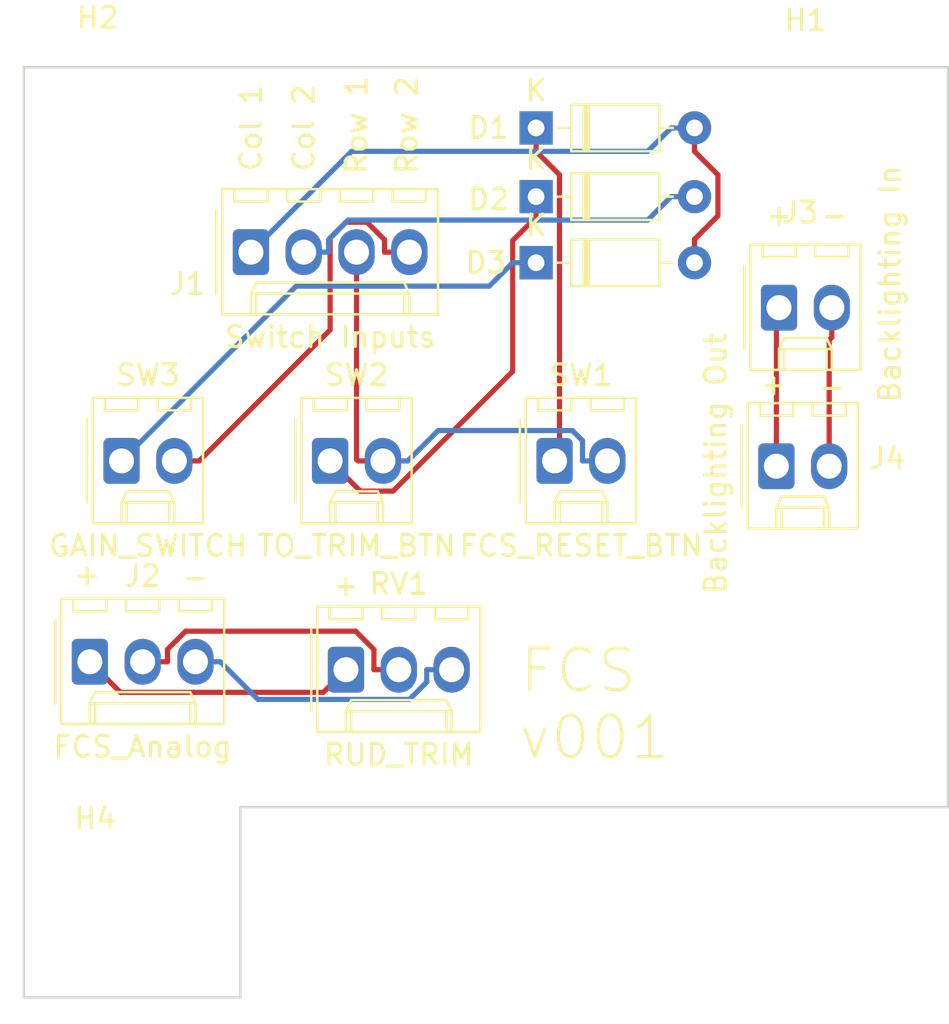
<source format=kicad_pcb>
(kicad_pcb (version 20171130) (host pcbnew "(5.1.5-0-10_14)")

  (general
    (thickness 1.6)
    (drawings 18)
    (tracks 68)
    (zones 0)
    (modules 15)
    (nets 13)
  )

  (page A4)
  (layers
    (0 F.Cu signal)
    (31 B.Cu signal)
    (32 B.Adhes user)
    (33 F.Adhes user)
    (34 B.Paste user)
    (35 F.Paste user)
    (36 B.SilkS user)
    (37 F.SilkS user)
    (38 B.Mask user)
    (39 F.Mask user)
    (40 Dwgs.User user)
    (41 Cmts.User user)
    (42 Eco1.User user)
    (43 Eco2.User user)
    (44 Edge.Cuts user)
    (45 Margin user)
    (46 B.CrtYd user)
    (47 F.CrtYd user)
    (48 B.Fab user hide)
    (49 F.Fab user hide)
  )

  (setup
    (last_trace_width 0.25)
    (trace_clearance 0.2)
    (zone_clearance 0.508)
    (zone_45_only no)
    (trace_min 0.2)
    (via_size 0.8)
    (via_drill 0.4)
    (via_min_size 0.4)
    (via_min_drill 0.3)
    (uvia_size 0.3)
    (uvia_drill 0.1)
    (uvias_allowed no)
    (uvia_min_size 0.2)
    (uvia_min_drill 0.1)
    (edge_width 0.05)
    (segment_width 0.2)
    (pcb_text_width 0.3)
    (pcb_text_size 1.5 1.5)
    (mod_edge_width 0.12)
    (mod_text_size 1 1)
    (mod_text_width 0.15)
    (pad_size 1.524 1.524)
    (pad_drill 0.762)
    (pad_to_mask_clearance 0.051)
    (solder_mask_min_width 0.25)
    (aux_axis_origin 0 0)
    (visible_elements FFFFFF7F)
    (pcbplotparams
      (layerselection 0x010fc_ffffffff)
      (usegerberextensions false)
      (usegerberattributes false)
      (usegerberadvancedattributes false)
      (creategerberjobfile false)
      (excludeedgelayer true)
      (linewidth 0.100000)
      (plotframeref false)
      (viasonmask false)
      (mode 1)
      (useauxorigin false)
      (hpglpennumber 1)
      (hpglpenspeed 20)
      (hpglpendiameter 15.000000)
      (psnegative false)
      (psa4output false)
      (plotreference true)
      (plotvalue true)
      (plotinvisibletext false)
      (padsonsilk false)
      (subtractmaskfromsilk false)
      (outputformat 1)
      (mirror false)
      (drillshape 1)
      (scaleselection 1)
      (outputdirectory ""))
  )

  (net 0 "")
  (net 1 /Col1)
  (net 2 "Net-(D1-Pad1)")
  (net 3 /Col2)
  (net 4 "Net-(D2-Pad1)")
  (net 5 "Net-(D3-Pad1)")
  (net 6 /Row2)
  (net 7 /Row1)
  (net 8 "Net-(J2-Pad3)")
  (net 9 "Net-(J2-Pad2)")
  (net 10 "Net-(J2-Pad1)")
  (net 11 /Backlight-)
  (net 12 /Backlight+)

  (net_class Default "This is the default net class."
    (clearance 0.2)
    (trace_width 0.25)
    (via_dia 0.8)
    (via_drill 0.4)
    (uvia_dia 0.3)
    (uvia_drill 0.1)
    (add_net /Backlight+)
    (add_net /Backlight-)
    (add_net /Col1)
    (add_net /Col2)
    (add_net /Row1)
    (add_net /Row2)
    (add_net "Net-(D1-Pad1)")
    (add_net "Net-(D2-Pad1)")
    (add_net "Net-(D3-Pad1)")
    (add_net "Net-(J2-Pad1)")
    (add_net "Net-(J2-Pad2)")
    (add_net "Net-(J2-Pad3)")
  )

  (module PT_Library_v001:Molex_1x02_P2.54mm_Vertical (layer F.Cu) (tedit 5B78013E) (tstamp 6047E764)
    (at 104.775 126.619)
    (descr "Molex KK-254 Interconnect System, old/engineering part number: AE-6410-02A example for new part number: 22-27-2021, 2 Pins (http://www.molex.com/pdm_docs/sd/022272021_sd.pdf), generated with kicad-footprint-generator")
    (tags "connector Molex KK-254 side entry")
    (path /6048911B)
    (fp_text reference J4 (at 1.27 -4.12) (layer F.Fab)
      (effects (font (size 1 1) (thickness 0.15)))
    )
    (fp_text value "Backlighting Out" (at -2.921 -0.127 90) (layer F.SilkS)
      (effects (font (size 1 1) (thickness 0.15)))
    )
    (fp_text user %R (at 5.334 -0.381) (layer F.SilkS)
      (effects (font (size 1 1) (thickness 0.15)))
    )
    (fp_line (start 4.31 -3.42) (end -1.77 -3.42) (layer F.CrtYd) (width 0.05))
    (fp_line (start 4.31 3.38) (end 4.31 -3.42) (layer F.CrtYd) (width 0.05))
    (fp_line (start -1.77 3.38) (end 4.31 3.38) (layer F.CrtYd) (width 0.05))
    (fp_line (start -1.77 -3.42) (end -1.77 3.38) (layer F.CrtYd) (width 0.05))
    (fp_line (start 3.34 -2.43) (end 3.34 -3.03) (layer F.SilkS) (width 0.12))
    (fp_line (start 1.74 -2.43) (end 3.34 -2.43) (layer F.SilkS) (width 0.12))
    (fp_line (start 1.74 -3.03) (end 1.74 -2.43) (layer F.SilkS) (width 0.12))
    (fp_line (start 0.8 -2.43) (end 0.8 -3.03) (layer F.SilkS) (width 0.12))
    (fp_line (start -0.8 -2.43) (end 0.8 -2.43) (layer F.SilkS) (width 0.12))
    (fp_line (start -0.8 -3.03) (end -0.8 -2.43) (layer F.SilkS) (width 0.12))
    (fp_line (start 2.29 2.99) (end 2.29 1.99) (layer F.SilkS) (width 0.12))
    (fp_line (start 0.25 2.99) (end 0.25 1.99) (layer F.SilkS) (width 0.12))
    (fp_line (start 2.29 1.46) (end 2.54 1.99) (layer F.SilkS) (width 0.12))
    (fp_line (start 0.25 1.46) (end 2.29 1.46) (layer F.SilkS) (width 0.12))
    (fp_line (start 0 1.99) (end 0.25 1.46) (layer F.SilkS) (width 0.12))
    (fp_line (start 2.54 1.99) (end 2.54 2.99) (layer F.SilkS) (width 0.12))
    (fp_line (start 0 1.99) (end 2.54 1.99) (layer F.SilkS) (width 0.12))
    (fp_line (start 0 2.99) (end 0 1.99) (layer F.SilkS) (width 0.12))
    (fp_line (start -0.562893 0) (end -1.27 0.5) (layer F.Fab) (width 0.1))
    (fp_line (start -1.27 -0.5) (end -0.562893 0) (layer F.Fab) (width 0.1))
    (fp_line (start -1.67 -2) (end -1.67 2) (layer F.SilkS) (width 0.12))
    (fp_line (start 3.92 -3.03) (end -1.38 -3.03) (layer F.SilkS) (width 0.12))
    (fp_line (start 3.92 2.99) (end 3.92 -3.03) (layer F.SilkS) (width 0.12))
    (fp_line (start -1.38 2.99) (end 3.92 2.99) (layer F.SilkS) (width 0.12))
    (fp_line (start -1.38 -3.03) (end -1.38 2.99) (layer F.SilkS) (width 0.12))
    (fp_line (start 3.81 -2.92) (end -1.27 -2.92) (layer F.Fab) (width 0.1))
    (fp_line (start 3.81 2.88) (end 3.81 -2.92) (layer F.Fab) (width 0.1))
    (fp_line (start -1.27 2.88) (end 3.81 2.88) (layer F.Fab) (width 0.1))
    (fp_line (start -1.27 -2.92) (end -1.27 2.88) (layer F.Fab) (width 0.1))
    (pad 2 thru_hole oval (at 2.54 0) (size 1.74 2.2) (drill 1.2) (layers *.Cu *.Mask)
      (net 11 /Backlight-))
    (pad 1 thru_hole roundrect (at 0 0) (size 1.74 2.2) (drill 1.2) (layers *.Cu *.Mask) (roundrect_rratio 0.143678)
      (net 12 /Backlight+))
    (model ${KISYS3DMOD}/Connector_Molex.3dshapes/Molex_KK-254_AE-6410-02A_1x02_P2.54mm_Vertical.wrl
      (at (xyz 0 0 0))
      (scale (xyz 1 1 1))
      (rotate (xyz 0 0 0))
    )
  )

  (module PT_Library_v001:Molex_1x02_P2.54mm_Vertical (layer F.Cu) (tedit 5B78013E) (tstamp 6047EE3A)
    (at 104.902 118.999)
    (descr "Molex KK-254 Interconnect System, old/engineering part number: AE-6410-02A example for new part number: 22-27-2021, 2 Pins (http://www.molex.com/pdm_docs/sd/022272021_sd.pdf), generated with kicad-footprint-generator")
    (tags "connector Molex KK-254 side entry")
    (path /6048966B)
    (fp_text reference J3 (at 1.016 -4.572) (layer F.SilkS)
      (effects (font (size 1 1) (thickness 0.15)))
    )
    (fp_text value "Backlighting In" (at 5.334 -1.143 90) (layer F.SilkS)
      (effects (font (size 1 1) (thickness 0.15)))
    )
    (fp_text user %R (at 1.27 -2.22) (layer F.Fab)
      (effects (font (size 1 1) (thickness 0.15)))
    )
    (fp_line (start 4.31 -3.42) (end -1.77 -3.42) (layer F.CrtYd) (width 0.05))
    (fp_line (start 4.31 3.38) (end 4.31 -3.42) (layer F.CrtYd) (width 0.05))
    (fp_line (start -1.77 3.38) (end 4.31 3.38) (layer F.CrtYd) (width 0.05))
    (fp_line (start -1.77 -3.42) (end -1.77 3.38) (layer F.CrtYd) (width 0.05))
    (fp_line (start 3.34 -2.43) (end 3.34 -3.03) (layer F.SilkS) (width 0.12))
    (fp_line (start 1.74 -2.43) (end 3.34 -2.43) (layer F.SilkS) (width 0.12))
    (fp_line (start 1.74 -3.03) (end 1.74 -2.43) (layer F.SilkS) (width 0.12))
    (fp_line (start 0.8 -2.43) (end 0.8 -3.03) (layer F.SilkS) (width 0.12))
    (fp_line (start -0.8 -2.43) (end 0.8 -2.43) (layer F.SilkS) (width 0.12))
    (fp_line (start -0.8 -3.03) (end -0.8 -2.43) (layer F.SilkS) (width 0.12))
    (fp_line (start 2.29 2.99) (end 2.29 1.99) (layer F.SilkS) (width 0.12))
    (fp_line (start 0.25 2.99) (end 0.25 1.99) (layer F.SilkS) (width 0.12))
    (fp_line (start 2.29 1.46) (end 2.54 1.99) (layer F.SilkS) (width 0.12))
    (fp_line (start 0.25 1.46) (end 2.29 1.46) (layer F.SilkS) (width 0.12))
    (fp_line (start 0 1.99) (end 0.25 1.46) (layer F.SilkS) (width 0.12))
    (fp_line (start 2.54 1.99) (end 2.54 2.99) (layer F.SilkS) (width 0.12))
    (fp_line (start 0 1.99) (end 2.54 1.99) (layer F.SilkS) (width 0.12))
    (fp_line (start 0 2.99) (end 0 1.99) (layer F.SilkS) (width 0.12))
    (fp_line (start -0.562893 0) (end -1.27 0.5) (layer F.Fab) (width 0.1))
    (fp_line (start -1.27 -0.5) (end -0.562893 0) (layer F.Fab) (width 0.1))
    (fp_line (start -1.67 -2) (end -1.67 2) (layer F.SilkS) (width 0.12))
    (fp_line (start 3.92 -3.03) (end -1.38 -3.03) (layer F.SilkS) (width 0.12))
    (fp_line (start 3.92 2.99) (end 3.92 -3.03) (layer F.SilkS) (width 0.12))
    (fp_line (start -1.38 2.99) (end 3.92 2.99) (layer F.SilkS) (width 0.12))
    (fp_line (start -1.38 -3.03) (end -1.38 2.99) (layer F.SilkS) (width 0.12))
    (fp_line (start 3.81 -2.92) (end -1.27 -2.92) (layer F.Fab) (width 0.1))
    (fp_line (start 3.81 2.88) (end 3.81 -2.92) (layer F.Fab) (width 0.1))
    (fp_line (start -1.27 2.88) (end 3.81 2.88) (layer F.Fab) (width 0.1))
    (fp_line (start -1.27 -2.92) (end -1.27 2.88) (layer F.Fab) (width 0.1))
    (pad 2 thru_hole oval (at 2.54 0) (size 1.74 2.2) (drill 1.2) (layers *.Cu *.Mask)
      (net 11 /Backlight-))
    (pad 1 thru_hole roundrect (at 0 0) (size 1.74 2.2) (drill 1.2) (layers *.Cu *.Mask) (roundrect_rratio 0.143678)
      (net 12 /Backlight+))
    (model ${KISYS3DMOD}/Connector_Molex.3dshapes/Molex_KK-254_AE-6410-02A_1x02_P2.54mm_Vertical.wrl
      (at (xyz 0 0 0))
      (scale (xyz 1 1 1))
      (rotate (xyz 0 0 0))
    )
  )

  (module MountingHole:MountingHole_4.3mm_M4 (layer F.Cu) (tedit 56D1B4CB) (tstamp 6047DF9A)
    (at 72.009 148.844)
    (descr "Mounting Hole 4.3mm, no annular, M4")
    (tags "mounting hole 4.3mm no annular m4")
    (path /6048476A)
    (attr virtual)
    (fp_text reference H4 (at 0 -5.3) (layer F.SilkS)
      (effects (font (size 1 1) (thickness 0.15)))
    )
    (fp_text value MountingHole (at 0 5.3) (layer F.Fab)
      (effects (font (size 1 1) (thickness 0.15)))
    )
    (fp_circle (center 0 0) (end 4.55 0) (layer F.CrtYd) (width 0.05))
    (fp_circle (center 0 0) (end 4.3 0) (layer Cmts.User) (width 0.15))
    (fp_text user %R (at 0.3 0) (layer F.Fab)
      (effects (font (size 1 1) (thickness 0.15)))
    )
    (pad 1 np_thru_hole circle (at 0 0) (size 4.3 4.3) (drill 4.3) (layers *.Cu *.Mask))
  )

  (module MountingHole:MountingHole_4.3mm_M4 (layer F.Cu) (tedit 56D1B4CB) (tstamp 6047DD90)
    (at 106.172 135.509)
    (descr "Mounting Hole 4.3mm, no annular, M4")
    (tags "mounting hole 4.3mm no annular m4")
    (path /6048448C)
    (attr virtual)
    (fp_text reference H3 (at 0 -5.3) (layer F.Fab)
      (effects (font (size 1 1) (thickness 0.15)))
    )
    (fp_text value MountingHole (at 0 5.3) (layer F.Fab)
      (effects (font (size 1 1) (thickness 0.15)))
    )
    (fp_circle (center 0 0) (end 4.55 0) (layer F.CrtYd) (width 0.05))
    (fp_circle (center 0 0) (end 4.3 0) (layer Cmts.User) (width 0.15))
    (fp_text user %R (at 0.3 0) (layer F.Fab)
      (effects (font (size 1 1) (thickness 0.15)))
    )
    (pad 1 np_thru_hole circle (at 0 0) (size 4.3 4.3) (drill 4.3) (layers *.Cu *.Mask))
  )

  (module MountingHole:MountingHole_4.3mm_M4 locked (layer F.Cu) (tedit 56D1B4CB) (tstamp 6047E02A)
    (at 72.136 110.363)
    (descr "Mounting Hole 4.3mm, no annular, M4")
    (tags "mounting hole 4.3mm no annular m4")
    (path /60483D94)
    (attr virtual)
    (fp_text reference H2 (at 0 -5.3) (layer F.SilkS)
      (effects (font (size 1 1) (thickness 0.15)))
    )
    (fp_text value MountingHole (at 0 5.3) (layer F.Fab)
      (effects (font (size 1 1) (thickness 0.15)))
    )
    (fp_circle (center 0 0) (end 4.55 0) (layer F.CrtYd) (width 0.05))
    (fp_circle (center 0 0) (end 4.3 0) (layer Cmts.User) (width 0.15))
    (fp_text user %R (at 0.3 0) (layer F.Fab)
      (effects (font (size 1 1) (thickness 0.15)))
    )
    (pad 1 np_thru_hole circle (at 0 0) (size 4.3 4.3) (drill 4.3) (layers *.Cu *.Mask))
  )

  (module MountingHole:MountingHole_4.3mm_M4 (layer F.Cu) (tedit 56D1B4CB) (tstamp 6047DD80)
    (at 106.172 110.49)
    (descr "Mounting Hole 4.3mm, no annular, M4")
    (tags "mounting hole 4.3mm no annular m4")
    (path /604839CB)
    (attr virtual)
    (fp_text reference H1 (at 0 -5.3) (layer F.SilkS)
      (effects (font (size 1 1) (thickness 0.15)))
    )
    (fp_text value MountingHole (at 0 5.3) (layer F.Fab)
      (effects (font (size 1 1) (thickness 0.15)))
    )
    (fp_circle (center 0 0) (end 4.55 0) (layer F.CrtYd) (width 0.05))
    (fp_circle (center 0 0) (end 4.3 0) (layer Cmts.User) (width 0.15))
    (fp_text user %R (at 0.3 0) (layer F.Fab)
      (effects (font (size 1 1) (thickness 0.15)))
    )
    (pad 1 np_thru_hole circle (at 0 0) (size 4.3 4.3) (drill 4.3) (layers *.Cu *.Mask))
  )

  (module PT_Library_v001:Molex_1x02_P2.54mm_Vertical (layer F.Cu) (tedit 5B78013E) (tstamp 6047CE42)
    (at 73.279 126.365)
    (descr "Molex KK-254 Interconnect System, old/engineering part number: AE-6410-02A example for new part number: 22-27-2021, 2 Pins (http://www.molex.com/pdm_docs/sd/022272021_sd.pdf), generated with kicad-footprint-generator")
    (tags "connector Molex KK-254 side entry")
    (path /5FC61E34)
    (fp_text reference SW3 (at 1.27 -4.12) (layer F.SilkS)
      (effects (font (size 1 1) (thickness 0.15)))
    )
    (fp_text value GAIN_SWITCH (at 1.27 4.08) (layer F.SilkS)
      (effects (font (size 1 1) (thickness 0.15)))
    )
    (fp_text user %R (at 1.27 -2.22) (layer F.Fab)
      (effects (font (size 1 1) (thickness 0.15)))
    )
    (fp_line (start 4.31 -3.42) (end -1.77 -3.42) (layer F.CrtYd) (width 0.05))
    (fp_line (start 4.31 3.38) (end 4.31 -3.42) (layer F.CrtYd) (width 0.05))
    (fp_line (start -1.77 3.38) (end 4.31 3.38) (layer F.CrtYd) (width 0.05))
    (fp_line (start -1.77 -3.42) (end -1.77 3.38) (layer F.CrtYd) (width 0.05))
    (fp_line (start 3.34 -2.43) (end 3.34 -3.03) (layer F.SilkS) (width 0.12))
    (fp_line (start 1.74 -2.43) (end 3.34 -2.43) (layer F.SilkS) (width 0.12))
    (fp_line (start 1.74 -3.03) (end 1.74 -2.43) (layer F.SilkS) (width 0.12))
    (fp_line (start 0.8 -2.43) (end 0.8 -3.03) (layer F.SilkS) (width 0.12))
    (fp_line (start -0.8 -2.43) (end 0.8 -2.43) (layer F.SilkS) (width 0.12))
    (fp_line (start -0.8 -3.03) (end -0.8 -2.43) (layer F.SilkS) (width 0.12))
    (fp_line (start 2.29 2.99) (end 2.29 1.99) (layer F.SilkS) (width 0.12))
    (fp_line (start 0.25 2.99) (end 0.25 1.99) (layer F.SilkS) (width 0.12))
    (fp_line (start 2.29 1.46) (end 2.54 1.99) (layer F.SilkS) (width 0.12))
    (fp_line (start 0.25 1.46) (end 2.29 1.46) (layer F.SilkS) (width 0.12))
    (fp_line (start 0 1.99) (end 0.25 1.46) (layer F.SilkS) (width 0.12))
    (fp_line (start 2.54 1.99) (end 2.54 2.99) (layer F.SilkS) (width 0.12))
    (fp_line (start 0 1.99) (end 2.54 1.99) (layer F.SilkS) (width 0.12))
    (fp_line (start 0 2.99) (end 0 1.99) (layer F.SilkS) (width 0.12))
    (fp_line (start -0.562893 0) (end -1.27 0.5) (layer F.Fab) (width 0.1))
    (fp_line (start -1.27 -0.5) (end -0.562893 0) (layer F.Fab) (width 0.1))
    (fp_line (start -1.67 -2) (end -1.67 2) (layer F.SilkS) (width 0.12))
    (fp_line (start 3.92 -3.03) (end -1.38 -3.03) (layer F.SilkS) (width 0.12))
    (fp_line (start 3.92 2.99) (end 3.92 -3.03) (layer F.SilkS) (width 0.12))
    (fp_line (start -1.38 2.99) (end 3.92 2.99) (layer F.SilkS) (width 0.12))
    (fp_line (start -1.38 -3.03) (end -1.38 2.99) (layer F.SilkS) (width 0.12))
    (fp_line (start 3.81 -2.92) (end -1.27 -2.92) (layer F.Fab) (width 0.1))
    (fp_line (start 3.81 2.88) (end 3.81 -2.92) (layer F.Fab) (width 0.1))
    (fp_line (start -1.27 2.88) (end 3.81 2.88) (layer F.Fab) (width 0.1))
    (fp_line (start -1.27 -2.92) (end -1.27 2.88) (layer F.Fab) (width 0.1))
    (pad 2 thru_hole oval (at 2.54 0) (size 1.74 2.2) (drill 1.2) (layers *.Cu *.Mask)
      (net 6 /Row2))
    (pad 1 thru_hole roundrect (at 0 0) (size 1.74 2.2) (drill 1.2) (layers *.Cu *.Mask) (roundrect_rratio 0.143678)
      (net 5 "Net-(D3-Pad1)"))
    (model ${KISYS3DMOD}/Connector_Molex.3dshapes/Molex_KK-254_AE-6410-02A_1x02_P2.54mm_Vertical.wrl
      (at (xyz 0 0 0))
      (scale (xyz 1 1 1))
      (rotate (xyz 0 0 0))
    )
  )

  (module PT_Library_v001:Molex_1x02_P2.54mm_Vertical (layer F.Cu) (tedit 5B78013E) (tstamp 6047CE1E)
    (at 83.312 126.365)
    (descr "Molex KK-254 Interconnect System, old/engineering part number: AE-6410-02A example for new part number: 22-27-2021, 2 Pins (http://www.molex.com/pdm_docs/sd/022272021_sd.pdf), generated with kicad-footprint-generator")
    (tags "connector Molex KK-254 side entry")
    (path /5FC6D99B)
    (fp_text reference SW2 (at 1.27 -4.12) (layer F.SilkS)
      (effects (font (size 1 1) (thickness 0.15)))
    )
    (fp_text value TO_TRIM_BTN (at 1.27 4.08) (layer F.SilkS)
      (effects (font (size 1 1) (thickness 0.15)))
    )
    (fp_text user %R (at 1.27 -2.22) (layer F.Fab)
      (effects (font (size 1 1) (thickness 0.15)))
    )
    (fp_line (start 4.31 -3.42) (end -1.77 -3.42) (layer F.CrtYd) (width 0.05))
    (fp_line (start 4.31 3.38) (end 4.31 -3.42) (layer F.CrtYd) (width 0.05))
    (fp_line (start -1.77 3.38) (end 4.31 3.38) (layer F.CrtYd) (width 0.05))
    (fp_line (start -1.77 -3.42) (end -1.77 3.38) (layer F.CrtYd) (width 0.05))
    (fp_line (start 3.34 -2.43) (end 3.34 -3.03) (layer F.SilkS) (width 0.12))
    (fp_line (start 1.74 -2.43) (end 3.34 -2.43) (layer F.SilkS) (width 0.12))
    (fp_line (start 1.74 -3.03) (end 1.74 -2.43) (layer F.SilkS) (width 0.12))
    (fp_line (start 0.8 -2.43) (end 0.8 -3.03) (layer F.SilkS) (width 0.12))
    (fp_line (start -0.8 -2.43) (end 0.8 -2.43) (layer F.SilkS) (width 0.12))
    (fp_line (start -0.8 -3.03) (end -0.8 -2.43) (layer F.SilkS) (width 0.12))
    (fp_line (start 2.29 2.99) (end 2.29 1.99) (layer F.SilkS) (width 0.12))
    (fp_line (start 0.25 2.99) (end 0.25 1.99) (layer F.SilkS) (width 0.12))
    (fp_line (start 2.29 1.46) (end 2.54 1.99) (layer F.SilkS) (width 0.12))
    (fp_line (start 0.25 1.46) (end 2.29 1.46) (layer F.SilkS) (width 0.12))
    (fp_line (start 0 1.99) (end 0.25 1.46) (layer F.SilkS) (width 0.12))
    (fp_line (start 2.54 1.99) (end 2.54 2.99) (layer F.SilkS) (width 0.12))
    (fp_line (start 0 1.99) (end 2.54 1.99) (layer F.SilkS) (width 0.12))
    (fp_line (start 0 2.99) (end 0 1.99) (layer F.SilkS) (width 0.12))
    (fp_line (start -0.562893 0) (end -1.27 0.5) (layer F.Fab) (width 0.1))
    (fp_line (start -1.27 -0.5) (end -0.562893 0) (layer F.Fab) (width 0.1))
    (fp_line (start -1.67 -2) (end -1.67 2) (layer F.SilkS) (width 0.12))
    (fp_line (start 3.92 -3.03) (end -1.38 -3.03) (layer F.SilkS) (width 0.12))
    (fp_line (start 3.92 2.99) (end 3.92 -3.03) (layer F.SilkS) (width 0.12))
    (fp_line (start -1.38 2.99) (end 3.92 2.99) (layer F.SilkS) (width 0.12))
    (fp_line (start -1.38 -3.03) (end -1.38 2.99) (layer F.SilkS) (width 0.12))
    (fp_line (start 3.81 -2.92) (end -1.27 -2.92) (layer F.Fab) (width 0.1))
    (fp_line (start 3.81 2.88) (end 3.81 -2.92) (layer F.Fab) (width 0.1))
    (fp_line (start -1.27 2.88) (end 3.81 2.88) (layer F.Fab) (width 0.1))
    (fp_line (start -1.27 -2.92) (end -1.27 2.88) (layer F.Fab) (width 0.1))
    (pad 2 thru_hole oval (at 2.54 0) (size 1.74 2.2) (drill 1.2) (layers *.Cu *.Mask)
      (net 7 /Row1))
    (pad 1 thru_hole roundrect (at 0 0) (size 1.74 2.2) (drill 1.2) (layers *.Cu *.Mask) (roundrect_rratio 0.143678)
      (net 4 "Net-(D2-Pad1)"))
    (model ${KISYS3DMOD}/Connector_Molex.3dshapes/Molex_KK-254_AE-6410-02A_1x02_P2.54mm_Vertical.wrl
      (at (xyz 0 0 0))
      (scale (xyz 1 1 1))
      (rotate (xyz 0 0 0))
    )
  )

  (module PT_Library_v001:Molex_1x02_P2.54mm_Vertical (layer F.Cu) (tedit 5B78013E) (tstamp 60491C8E)
    (at 94.107 126.365)
    (descr "Molex KK-254 Interconnect System, old/engineering part number: AE-6410-02A example for new part number: 22-27-2021, 2 Pins (http://www.molex.com/pdm_docs/sd/022272021_sd.pdf), generated with kicad-footprint-generator")
    (tags "connector Molex KK-254 side entry")
    (path /5FC6B1A9)
    (fp_text reference SW1 (at 1.27 -4.12) (layer F.SilkS)
      (effects (font (size 1 1) (thickness 0.15)))
    )
    (fp_text value FCS_RESET_BTN (at 1.27 4.08) (layer F.SilkS)
      (effects (font (size 1 1) (thickness 0.15)))
    )
    (fp_text user %R (at 1.27 -2.22) (layer F.Fab)
      (effects (font (size 1 1) (thickness 0.15)))
    )
    (fp_line (start 4.31 -3.42) (end -1.77 -3.42) (layer F.CrtYd) (width 0.05))
    (fp_line (start 4.31 3.38) (end 4.31 -3.42) (layer F.CrtYd) (width 0.05))
    (fp_line (start -1.77 3.38) (end 4.31 3.38) (layer F.CrtYd) (width 0.05))
    (fp_line (start -1.77 -3.42) (end -1.77 3.38) (layer F.CrtYd) (width 0.05))
    (fp_line (start 3.34 -2.43) (end 3.34 -3.03) (layer F.SilkS) (width 0.12))
    (fp_line (start 1.74 -2.43) (end 3.34 -2.43) (layer F.SilkS) (width 0.12))
    (fp_line (start 1.74 -3.03) (end 1.74 -2.43) (layer F.SilkS) (width 0.12))
    (fp_line (start 0.8 -2.43) (end 0.8 -3.03) (layer F.SilkS) (width 0.12))
    (fp_line (start -0.8 -2.43) (end 0.8 -2.43) (layer F.SilkS) (width 0.12))
    (fp_line (start -0.8 -3.03) (end -0.8 -2.43) (layer F.SilkS) (width 0.12))
    (fp_line (start 2.29 2.99) (end 2.29 1.99) (layer F.SilkS) (width 0.12))
    (fp_line (start 0.25 2.99) (end 0.25 1.99) (layer F.SilkS) (width 0.12))
    (fp_line (start 2.29 1.46) (end 2.54 1.99) (layer F.SilkS) (width 0.12))
    (fp_line (start 0.25 1.46) (end 2.29 1.46) (layer F.SilkS) (width 0.12))
    (fp_line (start 0 1.99) (end 0.25 1.46) (layer F.SilkS) (width 0.12))
    (fp_line (start 2.54 1.99) (end 2.54 2.99) (layer F.SilkS) (width 0.12))
    (fp_line (start 0 1.99) (end 2.54 1.99) (layer F.SilkS) (width 0.12))
    (fp_line (start 0 2.99) (end 0 1.99) (layer F.SilkS) (width 0.12))
    (fp_line (start -0.562893 0) (end -1.27 0.5) (layer F.Fab) (width 0.1))
    (fp_line (start -1.27 -0.5) (end -0.562893 0) (layer F.Fab) (width 0.1))
    (fp_line (start -1.67 -2) (end -1.67 2) (layer F.SilkS) (width 0.12))
    (fp_line (start 3.92 -3.03) (end -1.38 -3.03) (layer F.SilkS) (width 0.12))
    (fp_line (start 3.92 2.99) (end 3.92 -3.03) (layer F.SilkS) (width 0.12))
    (fp_line (start -1.38 2.99) (end 3.92 2.99) (layer F.SilkS) (width 0.12))
    (fp_line (start -1.38 -3.03) (end -1.38 2.99) (layer F.SilkS) (width 0.12))
    (fp_line (start 3.81 -2.92) (end -1.27 -2.92) (layer F.Fab) (width 0.1))
    (fp_line (start 3.81 2.88) (end 3.81 -2.92) (layer F.Fab) (width 0.1))
    (fp_line (start -1.27 2.88) (end 3.81 2.88) (layer F.Fab) (width 0.1))
    (fp_line (start -1.27 -2.92) (end -1.27 2.88) (layer F.Fab) (width 0.1))
    (pad 2 thru_hole oval (at 2.54 0) (size 1.74 2.2) (drill 1.2) (layers *.Cu *.Mask)
      (net 7 /Row1))
    (pad 1 thru_hole roundrect (at 0 0) (size 1.74 2.2) (drill 1.2) (layers *.Cu *.Mask) (roundrect_rratio 0.143678)
      (net 2 "Net-(D1-Pad1)"))
    (model ${KISYS3DMOD}/Connector_Molex.3dshapes/Molex_KK-254_AE-6410-02A_1x02_P2.54mm_Vertical.wrl
      (at (xyz 0 0 0))
      (scale (xyz 1 1 1))
      (rotate (xyz 0 0 0))
    )
  )

  (module PT_Library_v001:Molex_1x03_P2.54mm_Vertical (layer F.Cu) (tedit 5B78013E) (tstamp 6047CDD6)
    (at 84.074 136.398)
    (descr "Molex KK-254 Interconnect System, old/engineering part number: AE-6410-03A example for new part number: 22-27-2031, 3 Pins (http://www.molex.com/pdm_docs/sd/022272021_sd.pdf), generated with kicad-footprint-generator")
    (tags "connector Molex KK-254 side entry")
    (path /5FC6CAF4)
    (fp_text reference RV1 (at 2.54 -4.12) (layer F.SilkS)
      (effects (font (size 1 1) (thickness 0.15)))
    )
    (fp_text value RUD_TRIM (at 2.54 4.08) (layer F.SilkS)
      (effects (font (size 1 1) (thickness 0.15)))
    )
    (fp_text user %R (at 2.54 -2.22) (layer F.Fab)
      (effects (font (size 1 1) (thickness 0.15)))
    )
    (fp_line (start 6.85 -3.42) (end -1.77 -3.42) (layer F.CrtYd) (width 0.05))
    (fp_line (start 6.85 3.38) (end 6.85 -3.42) (layer F.CrtYd) (width 0.05))
    (fp_line (start -1.77 3.38) (end 6.85 3.38) (layer F.CrtYd) (width 0.05))
    (fp_line (start -1.77 -3.42) (end -1.77 3.38) (layer F.CrtYd) (width 0.05))
    (fp_line (start 5.88 -2.43) (end 5.88 -3.03) (layer F.SilkS) (width 0.12))
    (fp_line (start 4.28 -2.43) (end 5.88 -2.43) (layer F.SilkS) (width 0.12))
    (fp_line (start 4.28 -3.03) (end 4.28 -2.43) (layer F.SilkS) (width 0.12))
    (fp_line (start 3.34 -2.43) (end 3.34 -3.03) (layer F.SilkS) (width 0.12))
    (fp_line (start 1.74 -2.43) (end 3.34 -2.43) (layer F.SilkS) (width 0.12))
    (fp_line (start 1.74 -3.03) (end 1.74 -2.43) (layer F.SilkS) (width 0.12))
    (fp_line (start 0.8 -2.43) (end 0.8 -3.03) (layer F.SilkS) (width 0.12))
    (fp_line (start -0.8 -2.43) (end 0.8 -2.43) (layer F.SilkS) (width 0.12))
    (fp_line (start -0.8 -3.03) (end -0.8 -2.43) (layer F.SilkS) (width 0.12))
    (fp_line (start 4.83 2.99) (end 4.83 1.99) (layer F.SilkS) (width 0.12))
    (fp_line (start 0.25 2.99) (end 0.25 1.99) (layer F.SilkS) (width 0.12))
    (fp_line (start 4.83 1.46) (end 5.08 1.99) (layer F.SilkS) (width 0.12))
    (fp_line (start 0.25 1.46) (end 4.83 1.46) (layer F.SilkS) (width 0.12))
    (fp_line (start 0 1.99) (end 0.25 1.46) (layer F.SilkS) (width 0.12))
    (fp_line (start 5.08 1.99) (end 5.08 2.99) (layer F.SilkS) (width 0.12))
    (fp_line (start 0 1.99) (end 5.08 1.99) (layer F.SilkS) (width 0.12))
    (fp_line (start 0 2.99) (end 0 1.99) (layer F.SilkS) (width 0.12))
    (fp_line (start -0.562893 0) (end -1.27 0.5) (layer F.Fab) (width 0.1))
    (fp_line (start -1.27 -0.5) (end -0.562893 0) (layer F.Fab) (width 0.1))
    (fp_line (start -1.67 -2) (end -1.67 2) (layer F.SilkS) (width 0.12))
    (fp_line (start 6.46 -3.03) (end -1.38 -3.03) (layer F.SilkS) (width 0.12))
    (fp_line (start 6.46 2.99) (end 6.46 -3.03) (layer F.SilkS) (width 0.12))
    (fp_line (start -1.38 2.99) (end 6.46 2.99) (layer F.SilkS) (width 0.12))
    (fp_line (start -1.38 -3.03) (end -1.38 2.99) (layer F.SilkS) (width 0.12))
    (fp_line (start 6.35 -2.92) (end -1.27 -2.92) (layer F.Fab) (width 0.1))
    (fp_line (start 6.35 2.88) (end 6.35 -2.92) (layer F.Fab) (width 0.1))
    (fp_line (start -1.27 2.88) (end 6.35 2.88) (layer F.Fab) (width 0.1))
    (fp_line (start -1.27 -2.92) (end -1.27 2.88) (layer F.Fab) (width 0.1))
    (pad 3 thru_hole oval (at 5.08 0) (size 1.74 2.2) (drill 1.2) (layers *.Cu *.Mask)
      (net 8 "Net-(J2-Pad3)"))
    (pad 2 thru_hole oval (at 2.54 0) (size 1.74 2.2) (drill 1.2) (layers *.Cu *.Mask)
      (net 9 "Net-(J2-Pad2)"))
    (pad 1 thru_hole roundrect (at 0 0) (size 1.74 2.2) (drill 1.2) (layers *.Cu *.Mask) (roundrect_rratio 0.143678)
      (net 10 "Net-(J2-Pad1)"))
    (model ${KISYS3DMOD}/Connector_Molex.3dshapes/Molex_KK-254_AE-6410-03A_1x03_P2.54mm_Vertical.wrl
      (at (xyz 0 0 0))
      (scale (xyz 1 1 1))
      (rotate (xyz 0 0 0))
    )
  )

  (module PT_Library_v001:Molex_1x03_P2.54mm_Vertical (layer F.Cu) (tedit 5B78013E) (tstamp 6047CDAE)
    (at 71.755 136.017)
    (descr "Molex KK-254 Interconnect System, old/engineering part number: AE-6410-03A example for new part number: 22-27-2031, 3 Pins (http://www.molex.com/pdm_docs/sd/022272021_sd.pdf), generated with kicad-footprint-generator")
    (tags "connector Molex KK-254 side entry")
    (path /5FC754A2)
    (fp_text reference J2 (at 2.54 -4.12) (layer F.SilkS)
      (effects (font (size 1 1) (thickness 0.15)))
    )
    (fp_text value FCS_Analog (at 2.54 4.08) (layer F.SilkS)
      (effects (font (size 1 1) (thickness 0.15)))
    )
    (fp_text user %R (at 2.54 -2.22) (layer F.Fab)
      (effects (font (size 1 1) (thickness 0.15)))
    )
    (fp_line (start 6.85 -3.42) (end -1.77 -3.42) (layer F.CrtYd) (width 0.05))
    (fp_line (start 6.85 3.38) (end 6.85 -3.42) (layer F.CrtYd) (width 0.05))
    (fp_line (start -1.77 3.38) (end 6.85 3.38) (layer F.CrtYd) (width 0.05))
    (fp_line (start -1.77 -3.42) (end -1.77 3.38) (layer F.CrtYd) (width 0.05))
    (fp_line (start 5.88 -2.43) (end 5.88 -3.03) (layer F.SilkS) (width 0.12))
    (fp_line (start 4.28 -2.43) (end 5.88 -2.43) (layer F.SilkS) (width 0.12))
    (fp_line (start 4.28 -3.03) (end 4.28 -2.43) (layer F.SilkS) (width 0.12))
    (fp_line (start 3.34 -2.43) (end 3.34 -3.03) (layer F.SilkS) (width 0.12))
    (fp_line (start 1.74 -2.43) (end 3.34 -2.43) (layer F.SilkS) (width 0.12))
    (fp_line (start 1.74 -3.03) (end 1.74 -2.43) (layer F.SilkS) (width 0.12))
    (fp_line (start 0.8 -2.43) (end 0.8 -3.03) (layer F.SilkS) (width 0.12))
    (fp_line (start -0.8 -2.43) (end 0.8 -2.43) (layer F.SilkS) (width 0.12))
    (fp_line (start -0.8 -3.03) (end -0.8 -2.43) (layer F.SilkS) (width 0.12))
    (fp_line (start 4.83 2.99) (end 4.83 1.99) (layer F.SilkS) (width 0.12))
    (fp_line (start 0.25 2.99) (end 0.25 1.99) (layer F.SilkS) (width 0.12))
    (fp_line (start 4.83 1.46) (end 5.08 1.99) (layer F.SilkS) (width 0.12))
    (fp_line (start 0.25 1.46) (end 4.83 1.46) (layer F.SilkS) (width 0.12))
    (fp_line (start 0 1.99) (end 0.25 1.46) (layer F.SilkS) (width 0.12))
    (fp_line (start 5.08 1.99) (end 5.08 2.99) (layer F.SilkS) (width 0.12))
    (fp_line (start 0 1.99) (end 5.08 1.99) (layer F.SilkS) (width 0.12))
    (fp_line (start 0 2.99) (end 0 1.99) (layer F.SilkS) (width 0.12))
    (fp_line (start -0.562893 0) (end -1.27 0.5) (layer F.Fab) (width 0.1))
    (fp_line (start -1.27 -0.5) (end -0.562893 0) (layer F.Fab) (width 0.1))
    (fp_line (start -1.67 -2) (end -1.67 2) (layer F.SilkS) (width 0.12))
    (fp_line (start 6.46 -3.03) (end -1.38 -3.03) (layer F.SilkS) (width 0.12))
    (fp_line (start 6.46 2.99) (end 6.46 -3.03) (layer F.SilkS) (width 0.12))
    (fp_line (start -1.38 2.99) (end 6.46 2.99) (layer F.SilkS) (width 0.12))
    (fp_line (start -1.38 -3.03) (end -1.38 2.99) (layer F.SilkS) (width 0.12))
    (fp_line (start 6.35 -2.92) (end -1.27 -2.92) (layer F.Fab) (width 0.1))
    (fp_line (start 6.35 2.88) (end 6.35 -2.92) (layer F.Fab) (width 0.1))
    (fp_line (start -1.27 2.88) (end 6.35 2.88) (layer F.Fab) (width 0.1))
    (fp_line (start -1.27 -2.92) (end -1.27 2.88) (layer F.Fab) (width 0.1))
    (pad 3 thru_hole oval (at 5.08 0) (size 1.74 2.2) (drill 1.2) (layers *.Cu *.Mask)
      (net 8 "Net-(J2-Pad3)"))
    (pad 2 thru_hole oval (at 2.54 0) (size 1.74 2.2) (drill 1.2) (layers *.Cu *.Mask)
      (net 9 "Net-(J2-Pad2)"))
    (pad 1 thru_hole roundrect (at 0 0) (size 1.74 2.2) (drill 1.2) (layers *.Cu *.Mask) (roundrect_rratio 0.143678)
      (net 10 "Net-(J2-Pad1)"))
    (model ${KISYS3DMOD}/Connector_Molex.3dshapes/Molex_KK-254_AE-6410-03A_1x03_P2.54mm_Vertical.wrl
      (at (xyz 0 0 0))
      (scale (xyz 1 1 1))
      (rotate (xyz 0 0 0))
    )
  )

  (module PT_Library_v001:Molex_1x04_P2.54mm_Vertical (layer F.Cu) (tedit 5B78013E) (tstamp 60491ADC)
    (at 79.502 116.332)
    (descr "Molex KK-254 Interconnect System, old/engineering part number: AE-6410-04A example for new part number: 22-27-2041, 4 Pins (http://www.molex.com/pdm_docs/sd/022272021_sd.pdf), generated with kicad-footprint-generator")
    (tags "connector Molex KK-254 side entry")
    (path /6047CEDE)
    (fp_text reference J1 (at -3.048 1.524) (layer F.SilkS)
      (effects (font (size 1 1) (thickness 0.15)))
    )
    (fp_text value "Switch Inputs" (at 3.81 4.08) (layer F.SilkS)
      (effects (font (size 1 1) (thickness 0.15)))
    )
    (fp_text user %R (at 3.81 -2.22) (layer F.Fab)
      (effects (font (size 1 1) (thickness 0.15)))
    )
    (fp_line (start 9.39 -3.42) (end -1.77 -3.42) (layer F.CrtYd) (width 0.05))
    (fp_line (start 9.39 3.38) (end 9.39 -3.42) (layer F.CrtYd) (width 0.05))
    (fp_line (start -1.77 3.38) (end 9.39 3.38) (layer F.CrtYd) (width 0.05))
    (fp_line (start -1.77 -3.42) (end -1.77 3.38) (layer F.CrtYd) (width 0.05))
    (fp_line (start 8.42 -2.43) (end 8.42 -3.03) (layer F.SilkS) (width 0.12))
    (fp_line (start 6.82 -2.43) (end 8.42 -2.43) (layer F.SilkS) (width 0.12))
    (fp_line (start 6.82 -3.03) (end 6.82 -2.43) (layer F.SilkS) (width 0.12))
    (fp_line (start 5.88 -2.43) (end 5.88 -3.03) (layer F.SilkS) (width 0.12))
    (fp_line (start 4.28 -2.43) (end 5.88 -2.43) (layer F.SilkS) (width 0.12))
    (fp_line (start 4.28 -3.03) (end 4.28 -2.43) (layer F.SilkS) (width 0.12))
    (fp_line (start 3.34 -2.43) (end 3.34 -3.03) (layer F.SilkS) (width 0.12))
    (fp_line (start 1.74 -2.43) (end 3.34 -2.43) (layer F.SilkS) (width 0.12))
    (fp_line (start 1.74 -3.03) (end 1.74 -2.43) (layer F.SilkS) (width 0.12))
    (fp_line (start 0.8 -2.43) (end 0.8 -3.03) (layer F.SilkS) (width 0.12))
    (fp_line (start -0.8 -2.43) (end 0.8 -2.43) (layer F.SilkS) (width 0.12))
    (fp_line (start -0.8 -3.03) (end -0.8 -2.43) (layer F.SilkS) (width 0.12))
    (fp_line (start 7.37 2.99) (end 7.37 1.99) (layer F.SilkS) (width 0.12))
    (fp_line (start 0.25 2.99) (end 0.25 1.99) (layer F.SilkS) (width 0.12))
    (fp_line (start 7.37 1.46) (end 7.62 1.99) (layer F.SilkS) (width 0.12))
    (fp_line (start 0.25 1.46) (end 7.37 1.46) (layer F.SilkS) (width 0.12))
    (fp_line (start 0 1.99) (end 0.25 1.46) (layer F.SilkS) (width 0.12))
    (fp_line (start 7.62 1.99) (end 7.62 2.99) (layer F.SilkS) (width 0.12))
    (fp_line (start 0 1.99) (end 7.62 1.99) (layer F.SilkS) (width 0.12))
    (fp_line (start 0 2.99) (end 0 1.99) (layer F.SilkS) (width 0.12))
    (fp_line (start -0.562893 0) (end -1.27 0.5) (layer F.Fab) (width 0.1))
    (fp_line (start -1.27 -0.5) (end -0.562893 0) (layer F.Fab) (width 0.1))
    (fp_line (start -1.67 -2) (end -1.67 2) (layer F.SilkS) (width 0.12))
    (fp_line (start 9 -3.03) (end -1.38 -3.03) (layer F.SilkS) (width 0.12))
    (fp_line (start 9 2.99) (end 9 -3.03) (layer F.SilkS) (width 0.12))
    (fp_line (start -1.38 2.99) (end 9 2.99) (layer F.SilkS) (width 0.12))
    (fp_line (start -1.38 -3.03) (end -1.38 2.99) (layer F.SilkS) (width 0.12))
    (fp_line (start 8.89 -2.92) (end -1.27 -2.92) (layer F.Fab) (width 0.1))
    (fp_line (start 8.89 2.88) (end 8.89 -2.92) (layer F.Fab) (width 0.1))
    (fp_line (start -1.27 2.88) (end 8.89 2.88) (layer F.Fab) (width 0.1))
    (fp_line (start -1.27 -2.92) (end -1.27 2.88) (layer F.Fab) (width 0.1))
    (pad 4 thru_hole oval (at 7.62 0) (size 1.74 2.2) (drill 1.2) (layers *.Cu *.Mask)
      (net 6 /Row2))
    (pad 3 thru_hole oval (at 5.08 0) (size 1.74 2.2) (drill 1.2) (layers *.Cu *.Mask)
      (net 7 /Row1))
    (pad 2 thru_hole oval (at 2.54 0) (size 1.74 2.2) (drill 1.2) (layers *.Cu *.Mask)
      (net 3 /Col2))
    (pad 1 thru_hole roundrect (at 0 0) (size 1.74 2.2) (drill 1.2) (layers *.Cu *.Mask) (roundrect_rratio 0.143678)
      (net 1 /Col1))
    (model ${KISYS3DMOD}/Connector_Molex.3dshapes/Molex_KK-254_AE-6410-04A_1x04_P2.54mm_Vertical.wrl
      (at (xyz 0 0 0))
      (scale (xyz 1 1 1))
      (rotate (xyz 0 0 0))
    )
  )

  (module Diode_THT:D_DO-35_SOD27_P7.62mm_Horizontal (layer F.Cu) (tedit 5AE50CD5) (tstamp 6047CD5A)
    (at 93.218 116.84)
    (descr "Diode, DO-35_SOD27 series, Axial, Horizontal, pin pitch=7.62mm, , length*diameter=4*2mm^2, , http://www.diodes.com/_files/packages/DO-35.pdf")
    (tags "Diode DO-35_SOD27 series Axial Horizontal pin pitch 7.62mm  length 4mm diameter 2mm")
    (path /5FC73558)
    (fp_text reference D3 (at -2.413 0) (layer F.SilkS)
      (effects (font (size 1 1) (thickness 0.15)))
    )
    (fp_text value D (at 3.81 2.12) (layer F.Fab)
      (effects (font (size 1 1) (thickness 0.15)))
    )
    (fp_text user K (at 0 -1.8) (layer F.SilkS)
      (effects (font (size 1 1) (thickness 0.15)))
    )
    (fp_text user K (at 0 -1.8) (layer F.Fab)
      (effects (font (size 1 1) (thickness 0.15)))
    )
    (fp_text user %R (at 4.11 0) (layer F.Fab)
      (effects (font (size 0.8 0.8) (thickness 0.12)))
    )
    (fp_line (start 8.67 -1.25) (end -1.05 -1.25) (layer F.CrtYd) (width 0.05))
    (fp_line (start 8.67 1.25) (end 8.67 -1.25) (layer F.CrtYd) (width 0.05))
    (fp_line (start -1.05 1.25) (end 8.67 1.25) (layer F.CrtYd) (width 0.05))
    (fp_line (start -1.05 -1.25) (end -1.05 1.25) (layer F.CrtYd) (width 0.05))
    (fp_line (start 2.29 -1.12) (end 2.29 1.12) (layer F.SilkS) (width 0.12))
    (fp_line (start 2.53 -1.12) (end 2.53 1.12) (layer F.SilkS) (width 0.12))
    (fp_line (start 2.41 -1.12) (end 2.41 1.12) (layer F.SilkS) (width 0.12))
    (fp_line (start 6.58 0) (end 5.93 0) (layer F.SilkS) (width 0.12))
    (fp_line (start 1.04 0) (end 1.69 0) (layer F.SilkS) (width 0.12))
    (fp_line (start 5.93 -1.12) (end 1.69 -1.12) (layer F.SilkS) (width 0.12))
    (fp_line (start 5.93 1.12) (end 5.93 -1.12) (layer F.SilkS) (width 0.12))
    (fp_line (start 1.69 1.12) (end 5.93 1.12) (layer F.SilkS) (width 0.12))
    (fp_line (start 1.69 -1.12) (end 1.69 1.12) (layer F.SilkS) (width 0.12))
    (fp_line (start 2.31 -1) (end 2.31 1) (layer F.Fab) (width 0.1))
    (fp_line (start 2.51 -1) (end 2.51 1) (layer F.Fab) (width 0.1))
    (fp_line (start 2.41 -1) (end 2.41 1) (layer F.Fab) (width 0.1))
    (fp_line (start 7.62 0) (end 5.81 0) (layer F.Fab) (width 0.1))
    (fp_line (start 0 0) (end 1.81 0) (layer F.Fab) (width 0.1))
    (fp_line (start 5.81 -1) (end 1.81 -1) (layer F.Fab) (width 0.1))
    (fp_line (start 5.81 1) (end 5.81 -1) (layer F.Fab) (width 0.1))
    (fp_line (start 1.81 1) (end 5.81 1) (layer F.Fab) (width 0.1))
    (fp_line (start 1.81 -1) (end 1.81 1) (layer F.Fab) (width 0.1))
    (pad 2 thru_hole oval (at 7.62 0) (size 1.6 1.6) (drill 0.8) (layers *.Cu *.Mask)
      (net 1 /Col1))
    (pad 1 thru_hole rect (at 0 0) (size 1.6 1.6) (drill 0.8) (layers *.Cu *.Mask)
      (net 5 "Net-(D3-Pad1)"))
    (model ${KISYS3DMOD}/Diode_THT.3dshapes/D_DO-35_SOD27_P7.62mm_Horizontal.wrl
      (at (xyz 0 0 0))
      (scale (xyz 1 1 1))
      (rotate (xyz 0 0 0))
    )
  )

  (module Diode_THT:D_DO-35_SOD27_P7.62mm_Horizontal (layer F.Cu) (tedit 5AE50CD5) (tstamp 6047CD3B)
    (at 93.218 113.665)
    (descr "Diode, DO-35_SOD27 series, Axial, Horizontal, pin pitch=7.62mm, , length*diameter=4*2mm^2, , http://www.diodes.com/_files/packages/DO-35.pdf")
    (tags "Diode DO-35_SOD27 series Axial Horizontal pin pitch 7.62mm  length 4mm diameter 2mm")
    (path /5FC731A5)
    (fp_text reference D2 (at -2.286 0.127) (layer F.SilkS)
      (effects (font (size 1 1) (thickness 0.15)))
    )
    (fp_text value D (at 3.81 2.12) (layer F.Fab)
      (effects (font (size 1 1) (thickness 0.15)))
    )
    (fp_text user K (at 0 -1.8) (layer F.SilkS)
      (effects (font (size 1 1) (thickness 0.15)))
    )
    (fp_text user K (at 0 -1.8) (layer F.Fab)
      (effects (font (size 1 1) (thickness 0.15)))
    )
    (fp_text user %R (at 4.11 0) (layer F.Fab)
      (effects (font (size 0.8 0.8) (thickness 0.12)))
    )
    (fp_line (start 8.67 -1.25) (end -1.05 -1.25) (layer F.CrtYd) (width 0.05))
    (fp_line (start 8.67 1.25) (end 8.67 -1.25) (layer F.CrtYd) (width 0.05))
    (fp_line (start -1.05 1.25) (end 8.67 1.25) (layer F.CrtYd) (width 0.05))
    (fp_line (start -1.05 -1.25) (end -1.05 1.25) (layer F.CrtYd) (width 0.05))
    (fp_line (start 2.29 -1.12) (end 2.29 1.12) (layer F.SilkS) (width 0.12))
    (fp_line (start 2.53 -1.12) (end 2.53 1.12) (layer F.SilkS) (width 0.12))
    (fp_line (start 2.41 -1.12) (end 2.41 1.12) (layer F.SilkS) (width 0.12))
    (fp_line (start 6.58 0) (end 5.93 0) (layer F.SilkS) (width 0.12))
    (fp_line (start 1.04 0) (end 1.69 0) (layer F.SilkS) (width 0.12))
    (fp_line (start 5.93 -1.12) (end 1.69 -1.12) (layer F.SilkS) (width 0.12))
    (fp_line (start 5.93 1.12) (end 5.93 -1.12) (layer F.SilkS) (width 0.12))
    (fp_line (start 1.69 1.12) (end 5.93 1.12) (layer F.SilkS) (width 0.12))
    (fp_line (start 1.69 -1.12) (end 1.69 1.12) (layer F.SilkS) (width 0.12))
    (fp_line (start 2.31 -1) (end 2.31 1) (layer F.Fab) (width 0.1))
    (fp_line (start 2.51 -1) (end 2.51 1) (layer F.Fab) (width 0.1))
    (fp_line (start 2.41 -1) (end 2.41 1) (layer F.Fab) (width 0.1))
    (fp_line (start 7.62 0) (end 5.81 0) (layer F.Fab) (width 0.1))
    (fp_line (start 0 0) (end 1.81 0) (layer F.Fab) (width 0.1))
    (fp_line (start 5.81 -1) (end 1.81 -1) (layer F.Fab) (width 0.1))
    (fp_line (start 5.81 1) (end 5.81 -1) (layer F.Fab) (width 0.1))
    (fp_line (start 1.81 1) (end 5.81 1) (layer F.Fab) (width 0.1))
    (fp_line (start 1.81 -1) (end 1.81 1) (layer F.Fab) (width 0.1))
    (pad 2 thru_hole oval (at 7.62 0) (size 1.6 1.6) (drill 0.8) (layers *.Cu *.Mask)
      (net 3 /Col2))
    (pad 1 thru_hole rect (at 0 0) (size 1.6 1.6) (drill 0.8) (layers *.Cu *.Mask)
      (net 4 "Net-(D2-Pad1)"))
    (model ${KISYS3DMOD}/Diode_THT.3dshapes/D_DO-35_SOD27_P7.62mm_Horizontal.wrl
      (at (xyz 0 0 0))
      (scale (xyz 1 1 1))
      (rotate (xyz 0 0 0))
    )
  )

  (module Diode_THT:D_DO-35_SOD27_P7.62mm_Horizontal (layer F.Cu) (tedit 5AE50CD5) (tstamp 6047CD1C)
    (at 93.218 110.363)
    (descr "Diode, DO-35_SOD27 series, Axial, Horizontal, pin pitch=7.62mm, , length*diameter=4*2mm^2, , http://www.diodes.com/_files/packages/DO-35.pdf")
    (tags "Diode DO-35_SOD27 series Axial Horizontal pin pitch 7.62mm  length 4mm diameter 2mm")
    (path /5FC72FA2)
    (fp_text reference D1 (at -2.286 0) (layer F.SilkS)
      (effects (font (size 1 1) (thickness 0.15)))
    )
    (fp_text value D (at 3.81 2.12) (layer F.Fab)
      (effects (font (size 1 1) (thickness 0.15)))
    )
    (fp_text user K (at 0 -1.8) (layer F.SilkS)
      (effects (font (size 1 1) (thickness 0.15)))
    )
    (fp_text user K (at 0 -1.8) (layer F.Fab)
      (effects (font (size 1 1) (thickness 0.15)))
    )
    (fp_text user %R (at 4.11 0) (layer F.Fab)
      (effects (font (size 0.8 0.8) (thickness 0.12)))
    )
    (fp_line (start 8.67 -1.25) (end -1.05 -1.25) (layer F.CrtYd) (width 0.05))
    (fp_line (start 8.67 1.25) (end 8.67 -1.25) (layer F.CrtYd) (width 0.05))
    (fp_line (start -1.05 1.25) (end 8.67 1.25) (layer F.CrtYd) (width 0.05))
    (fp_line (start -1.05 -1.25) (end -1.05 1.25) (layer F.CrtYd) (width 0.05))
    (fp_line (start 2.29 -1.12) (end 2.29 1.12) (layer F.SilkS) (width 0.12))
    (fp_line (start 2.53 -1.12) (end 2.53 1.12) (layer F.SilkS) (width 0.12))
    (fp_line (start 2.41 -1.12) (end 2.41 1.12) (layer F.SilkS) (width 0.12))
    (fp_line (start 6.58 0) (end 5.93 0) (layer F.SilkS) (width 0.12))
    (fp_line (start 1.04 0) (end 1.69 0) (layer F.SilkS) (width 0.12))
    (fp_line (start 5.93 -1.12) (end 1.69 -1.12) (layer F.SilkS) (width 0.12))
    (fp_line (start 5.93 1.12) (end 5.93 -1.12) (layer F.SilkS) (width 0.12))
    (fp_line (start 1.69 1.12) (end 5.93 1.12) (layer F.SilkS) (width 0.12))
    (fp_line (start 1.69 -1.12) (end 1.69 1.12) (layer F.SilkS) (width 0.12))
    (fp_line (start 2.31 -1) (end 2.31 1) (layer F.Fab) (width 0.1))
    (fp_line (start 2.51 -1) (end 2.51 1) (layer F.Fab) (width 0.1))
    (fp_line (start 2.41 -1) (end 2.41 1) (layer F.Fab) (width 0.1))
    (fp_line (start 7.62 0) (end 5.81 0) (layer F.Fab) (width 0.1))
    (fp_line (start 0 0) (end 1.81 0) (layer F.Fab) (width 0.1))
    (fp_line (start 5.81 -1) (end 1.81 -1) (layer F.Fab) (width 0.1))
    (fp_line (start 5.81 1) (end 5.81 -1) (layer F.Fab) (width 0.1))
    (fp_line (start 1.81 1) (end 5.81 1) (layer F.Fab) (width 0.1))
    (fp_line (start 1.81 -1) (end 1.81 1) (layer F.Fab) (width 0.1))
    (pad 2 thru_hole oval (at 7.62 0) (size 1.6 1.6) (drill 0.8) (layers *.Cu *.Mask)
      (net 1 /Col1))
    (pad 1 thru_hole rect (at 0 0) (size 1.6 1.6) (drill 0.8) (layers *.Cu *.Mask)
      (net 2 "Net-(D1-Pad1)"))
    (model ${KISYS3DMOD}/Diode_THT.3dshapes/D_DO-35_SOD27_P7.62mm_Horizontal.wrl
      (at (xyz 0 0 0))
      (scale (xyz 1 1 1))
      (rotate (xyz 0 0 0))
    )
  )

  (gr_text - (at 107.442 122.809) (layer F.SilkS)
    (effects (font (size 1 1) (thickness 0.15)))
  )
  (gr_text - (at 107.569 114.554) (layer F.SilkS)
    (effects (font (size 1 1) (thickness 0.15)))
  )
  (gr_text + (at 104.648 122.682) (layer F.SilkS) (tstamp 60492038)
    (effects (font (size 1 1) (thickness 0.15)))
  )
  (gr_text + (at 104.902 114.554) (layer F.SilkS)
    (effects (font (size 1 1) (thickness 0.15)))
  )
  (gr_text "Row 2" (at 86.995 110.236 90) (layer F.SilkS) (tstamp 60491E08)
    (effects (font (size 1 1) (thickness 0.15)))
  )
  (gr_text "Row 1" (at 84.582 110.236 90) (layer F.SilkS) (tstamp 60491E06)
    (effects (font (size 1 1) (thickness 0.15)))
  )
  (gr_text "Col 2" (at 82.042 110.363 90) (layer F.SilkS) (tstamp 60491E04)
    (effects (font (size 1 1) (thickness 0.15)))
  )
  (gr_text "Col 1" (at 79.502 110.363 90) (layer F.SilkS)
    (effects (font (size 1 1) (thickness 0.15)))
  )
  (gr_text + (at 84.074 132.334) (layer F.SilkS)
    (effects (font (size 1 1) (thickness 0.15)))
  )
  (gr_text - (at 76.835 131.953) (layer F.SilkS)
    (effects (font (size 1 1) (thickness 0.15)))
  )
  (gr_text + (at 71.628 131.826) (layer F.SilkS)
    (effects (font (size 1 1) (thickness 0.15)))
  )
  (gr_text "FCS \nv001" (at 96.012 138.049) (layer F.SilkS)
    (effects (font (size 2 2) (thickness 0.15)))
  )
  (gr_line (start 113.03 107.442) (end 68.58 107.442) (layer Edge.Cuts) (width 0.12))
  (gr_line (start 113.03 143.002) (end 113.03 107.442) (layer Edge.Cuts) (width 0.12))
  (gr_line (start 78.994 143.002) (end 113.03 143.002) (layer Edge.Cuts) (width 0.12))
  (gr_line (start 78.994 152.146) (end 78.994 143.002) (layer Edge.Cuts) (width 0.12))
  (gr_line (start 68.58 152.146) (end 78.994 152.146) (layer Edge.Cuts) (width 0.12))
  (gr_line (start 68.58 107.442) (end 68.58 152.146) (layer Edge.Cuts) (width 0.12))

  (segment (start 100.838 116.84) (end 100.838 115.7147) (width 0.25) (layer F.Cu) (net 1))
  (segment (start 100.838 110.363) (end 100.838 111.4883) (width 0.25) (layer F.Cu) (net 1))
  (segment (start 100.838 111.4883) (end 101.9633 112.6136) (width 0.25) (layer F.Cu) (net 1))
  (segment (start 101.9633 112.6136) (end 101.9633 114.5894) (width 0.25) (layer F.Cu) (net 1))
  (segment (start 101.9633 114.5894) (end 100.838 115.7147) (width 0.25) (layer F.Cu) (net 1))
  (segment (start 100.838 110.363) (end 99.7127 110.363) (width 0.25) (layer B.Cu) (net 1))
  (segment (start 99.7127 110.363) (end 98.5874 111.4883) (width 0.25) (layer B.Cu) (net 1))
  (segment (start 98.5874 111.4883) (end 84.3457 111.4883) (width 0.25) (layer B.Cu) (net 1))
  (segment (start 84.3457 111.4883) (end 79.502 116.332) (width 0.25) (layer B.Cu) (net 1))
  (segment (start 93.218 110.363) (end 93.218 111.4883) (width 0.25) (layer F.Cu) (net 2))
  (segment (start 93.218 111.4883) (end 94.3434 112.6137) (width 0.25) (layer F.Cu) (net 2))
  (segment (start 94.3434 112.6137) (end 94.3434 126.1286) (width 0.25) (layer F.Cu) (net 2))
  (segment (start 94.3434 126.1286) (end 94.107 126.365) (width 0.25) (layer F.Cu) (net 2))
  (segment (start 82.042 116.332) (end 83.2373 116.332) (width 0.25) (layer B.Cu) (net 3))
  (segment (start 100.838 113.665) (end 99.7127 113.665) (width 0.25) (layer B.Cu) (net 3))
  (segment (start 99.7127 113.665) (end 98.5874 114.7903) (width 0.25) (layer B.Cu) (net 3))
  (segment (start 98.5874 114.7903) (end 84.1813 114.7903) (width 0.25) (layer B.Cu) (net 3))
  (segment (start 84.1813 114.7903) (end 83.2373 115.7343) (width 0.25) (layer B.Cu) (net 3))
  (segment (start 83.2373 115.7343) (end 83.2373 116.332) (width 0.25) (layer B.Cu) (net 3))
  (segment (start 93.218 113.665) (end 93.218 114.7903) (width 0.25) (layer F.Cu) (net 4))
  (segment (start 93.218 114.7903) (end 93.0772 114.7903) (width 0.25) (layer F.Cu) (net 4))
  (segment (start 93.0772 114.7903) (end 92.0927 115.7748) (width 0.25) (layer F.Cu) (net 4))
  (segment (start 92.0927 115.7748) (end 92.0927 122.0614) (width 0.25) (layer F.Cu) (net 4))
  (segment (start 92.0927 122.0614) (end 86.3387 127.8154) (width 0.25) (layer F.Cu) (net 4))
  (segment (start 86.3387 127.8154) (end 84.7624 127.8154) (width 0.25) (layer F.Cu) (net 4))
  (segment (start 84.7624 127.8154) (end 83.312 126.365) (width 0.25) (layer F.Cu) (net 4))
  (segment (start 93.218 116.84) (end 92.0927 116.84) (width 0.25) (layer B.Cu) (net 5))
  (segment (start 92.0927 116.84) (end 90.9674 117.9653) (width 0.25) (layer B.Cu) (net 5))
  (segment (start 90.9674 117.9653) (end 81.6787 117.9653) (width 0.25) (layer B.Cu) (net 5))
  (segment (start 81.6787 117.9653) (end 73.279 126.365) (width 0.25) (layer B.Cu) (net 5))
  (segment (start 75.819 126.365) (end 77.0143 126.365) (width 0.25) (layer F.Cu) (net 6))
  (segment (start 87.122 116.332) (end 85.9267 116.332) (width 0.25) (layer F.Cu) (net 6))
  (segment (start 85.9267 116.332) (end 85.9267 115.7344) (width 0.25) (layer F.Cu) (net 6))
  (segment (start 85.9267 115.7344) (end 85.0873 114.895) (width 0.25) (layer F.Cu) (net 6))
  (segment (start 85.0873 114.895) (end 84.0701 114.895) (width 0.25) (layer F.Cu) (net 6))
  (segment (start 84.0701 114.895) (end 83.3111 115.654) (width 0.25) (layer F.Cu) (net 6))
  (segment (start 83.3111 115.654) (end 83.3111 120.0682) (width 0.25) (layer F.Cu) (net 6))
  (segment (start 83.3111 120.0682) (end 77.0143 126.365) (width 0.25) (layer F.Cu) (net 6))
  (segment (start 85.852 126.365) (end 84.6567 126.365) (width 0.25) (layer F.Cu) (net 7))
  (segment (start 84.582 116.332) (end 84.582 126.2903) (width 0.25) (layer F.Cu) (net 7))
  (segment (start 84.582 126.2903) (end 84.6567 126.365) (width 0.25) (layer F.Cu) (net 7))
  (segment (start 96.647 126.365) (end 95.4517 126.365) (width 0.25) (layer B.Cu) (net 7))
  (segment (start 85.852 126.365) (end 87.0473 126.365) (width 0.25) (layer B.Cu) (net 7))
  (segment (start 87.0473 126.365) (end 88.5068 124.9055) (width 0.25) (layer B.Cu) (net 7))
  (segment (start 88.5068 124.9055) (end 94.9634 124.9055) (width 0.25) (layer B.Cu) (net 7))
  (segment (start 94.9634 124.9055) (end 95.4517 125.3938) (width 0.25) (layer B.Cu) (net 7))
  (segment (start 95.4517 125.3938) (end 95.4517 126.365) (width 0.25) (layer B.Cu) (net 7))
  (segment (start 89.154 136.398) (end 87.9587 136.398) (width 0.25) (layer B.Cu) (net 8))
  (segment (start 76.835 136.017) (end 78.0303 136.017) (width 0.25) (layer B.Cu) (net 8))
  (segment (start 78.0303 136.017) (end 79.8404 137.8271) (width 0.25) (layer B.Cu) (net 8))
  (segment (start 79.8404 137.8271) (end 87.1272 137.8271) (width 0.25) (layer B.Cu) (net 8))
  (segment (start 87.1272 137.8271) (end 87.9587 136.9956) (width 0.25) (layer B.Cu) (net 8))
  (segment (start 87.9587 136.9956) (end 87.9587 136.398) (width 0.25) (layer B.Cu) (net 8))
  (segment (start 86.614 136.398) (end 85.4187 136.398) (width 0.25) (layer F.Cu) (net 9))
  (segment (start 74.295 136.017) (end 75.4903 136.017) (width 0.25) (layer F.Cu) (net 9))
  (segment (start 75.4903 136.017) (end 75.4903 135.4193) (width 0.25) (layer F.Cu) (net 9))
  (segment (start 75.4903 135.4193) (end 76.3605 134.5491) (width 0.25) (layer F.Cu) (net 9))
  (segment (start 76.3605 134.5491) (end 84.541 134.5491) (width 0.25) (layer F.Cu) (net 9))
  (segment (start 84.541 134.5491) (end 85.4187 135.4268) (width 0.25) (layer F.Cu) (net 9))
  (segment (start 85.4187 135.4268) (end 85.4187 136.398) (width 0.25) (layer F.Cu) (net 9))
  (segment (start 71.755 136.017) (end 73.2248 137.4868) (width 0.25) (layer F.Cu) (net 10))
  (segment (start 73.2248 137.4868) (end 82.9852 137.4868) (width 0.25) (layer F.Cu) (net 10))
  (segment (start 82.9852 137.4868) (end 84.074 136.398) (width 0.25) (layer F.Cu) (net 10))
  (segment (start 107.442 118.999) (end 107.442 120.4243) (width 0.25) (layer F.Cu) (net 11))
  (segment (start 107.442 120.4243) (end 107.315 120.5513) (width 0.25) (layer F.Cu) (net 11))
  (segment (start 107.315 120.5513) (end 107.315 126.619) (width 0.25) (layer F.Cu) (net 11))
  (segment (start 104.902 118.999) (end 104.775 119.126) (width 0.25) (layer F.Cu) (net 12))
  (segment (start 104.775 119.126) (end 104.775 126.619) (width 0.25) (layer F.Cu) (net 12))

)

</source>
